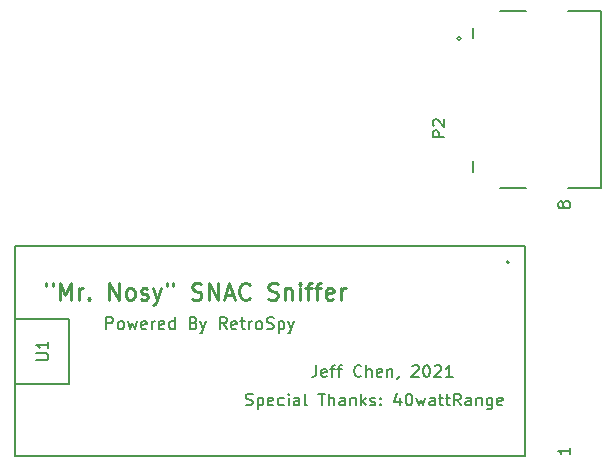
<source format=gbr>
G04 #@! TF.GenerationSoftware,KiCad,Pcbnew,(5.1.10-1-10_14)*
G04 #@! TF.CreationDate,2021-11-29T21:51:49-05:00*
G04 #@! TF.ProjectId,SNAC Sniffer Indent,534e4143-2053-46e6-9966-66657220496e,1*
G04 #@! TF.SameCoordinates,Original*
G04 #@! TF.FileFunction,Legend,Top*
G04 #@! TF.FilePolarity,Positive*
%FSLAX46Y46*%
G04 Gerber Fmt 4.6, Leading zero omitted, Abs format (unit mm)*
G04 Created by KiCad (PCBNEW (5.1.10-1-10_14)) date 2021-11-29 21:51:49*
%MOMM*%
%LPD*%
G01*
G04 APERTURE LIST*
%ADD10C,0.200000*%
%ADD11C,0.127000*%
%ADD12C,0.152400*%
%ADD13C,0.250000*%
%ADD14C,0.150000*%
%ADD15C,1.601600*%
%ADD16C,1.609600*%
G04 APERTURE END LIST*
D10*
X161930952Y-103845238D02*
X161883333Y-103940476D01*
X161835714Y-103988095D01*
X161740476Y-104035714D01*
X161692857Y-104035714D01*
X161597619Y-103988095D01*
X161550000Y-103940476D01*
X161502380Y-103845238D01*
X161502380Y-103654761D01*
X161550000Y-103559523D01*
X161597619Y-103511904D01*
X161692857Y-103464285D01*
X161740476Y-103464285D01*
X161835714Y-103511904D01*
X161883333Y-103559523D01*
X161930952Y-103654761D01*
X161930952Y-103845238D01*
X161978571Y-103940476D01*
X162026190Y-103988095D01*
X162121428Y-104035714D01*
X162311904Y-104035714D01*
X162407142Y-103988095D01*
X162454761Y-103940476D01*
X162502380Y-103845238D01*
X162502380Y-103654761D01*
X162454761Y-103559523D01*
X162407142Y-103511904D01*
X162311904Y-103464285D01*
X162121428Y-103464285D01*
X162026190Y-103511904D01*
X161978571Y-103559523D01*
X161930952Y-103654761D01*
X162472380Y-124304285D02*
X162472380Y-124875714D01*
X162472380Y-124590000D02*
X161472380Y-124590000D01*
X161615238Y-124685238D01*
X161710476Y-124780476D01*
X161758095Y-124875714D01*
D11*
X120060000Y-118900000D02*
X115540000Y-118900000D01*
X120060000Y-113460000D02*
X120060000Y-118900000D01*
X115540000Y-113460000D02*
X120060000Y-113460000D01*
D12*
X123219714Y-114279619D02*
X123219714Y-113263619D01*
X123606761Y-113263619D01*
X123703523Y-113312000D01*
X123751904Y-113360380D01*
X123800285Y-113457142D01*
X123800285Y-113602285D01*
X123751904Y-113699047D01*
X123703523Y-113747428D01*
X123606761Y-113795809D01*
X123219714Y-113795809D01*
X124380857Y-114279619D02*
X124284095Y-114231238D01*
X124235714Y-114182857D01*
X124187333Y-114086095D01*
X124187333Y-113795809D01*
X124235714Y-113699047D01*
X124284095Y-113650666D01*
X124380857Y-113602285D01*
X124526000Y-113602285D01*
X124622761Y-113650666D01*
X124671142Y-113699047D01*
X124719523Y-113795809D01*
X124719523Y-114086095D01*
X124671142Y-114182857D01*
X124622761Y-114231238D01*
X124526000Y-114279619D01*
X124380857Y-114279619D01*
X125058190Y-113602285D02*
X125251714Y-114279619D01*
X125445238Y-113795809D01*
X125638761Y-114279619D01*
X125832285Y-113602285D01*
X126606380Y-114231238D02*
X126509619Y-114279619D01*
X126316095Y-114279619D01*
X126219333Y-114231238D01*
X126170952Y-114134476D01*
X126170952Y-113747428D01*
X126219333Y-113650666D01*
X126316095Y-113602285D01*
X126509619Y-113602285D01*
X126606380Y-113650666D01*
X126654761Y-113747428D01*
X126654761Y-113844190D01*
X126170952Y-113940952D01*
X127090190Y-114279619D02*
X127090190Y-113602285D01*
X127090190Y-113795809D02*
X127138571Y-113699047D01*
X127186952Y-113650666D01*
X127283714Y-113602285D01*
X127380476Y-113602285D01*
X128106190Y-114231238D02*
X128009428Y-114279619D01*
X127815904Y-114279619D01*
X127719142Y-114231238D01*
X127670761Y-114134476D01*
X127670761Y-113747428D01*
X127719142Y-113650666D01*
X127815904Y-113602285D01*
X128009428Y-113602285D01*
X128106190Y-113650666D01*
X128154571Y-113747428D01*
X128154571Y-113844190D01*
X127670761Y-113940952D01*
X129025428Y-114279619D02*
X129025428Y-113263619D01*
X129025428Y-114231238D02*
X128928666Y-114279619D01*
X128735142Y-114279619D01*
X128638380Y-114231238D01*
X128590000Y-114182857D01*
X128541619Y-114086095D01*
X128541619Y-113795809D01*
X128590000Y-113699047D01*
X128638380Y-113650666D01*
X128735142Y-113602285D01*
X128928666Y-113602285D01*
X129025428Y-113650666D01*
X130622000Y-113747428D02*
X130767142Y-113795809D01*
X130815523Y-113844190D01*
X130863904Y-113940952D01*
X130863904Y-114086095D01*
X130815523Y-114182857D01*
X130767142Y-114231238D01*
X130670380Y-114279619D01*
X130283333Y-114279619D01*
X130283333Y-113263619D01*
X130622000Y-113263619D01*
X130718761Y-113312000D01*
X130767142Y-113360380D01*
X130815523Y-113457142D01*
X130815523Y-113553904D01*
X130767142Y-113650666D01*
X130718761Y-113699047D01*
X130622000Y-113747428D01*
X130283333Y-113747428D01*
X131202571Y-113602285D02*
X131444476Y-114279619D01*
X131686380Y-113602285D02*
X131444476Y-114279619D01*
X131347714Y-114521523D01*
X131299333Y-114569904D01*
X131202571Y-114618285D01*
X133428095Y-114279619D02*
X133089428Y-113795809D01*
X132847523Y-114279619D02*
X132847523Y-113263619D01*
X133234571Y-113263619D01*
X133331333Y-113312000D01*
X133379714Y-113360380D01*
X133428095Y-113457142D01*
X133428095Y-113602285D01*
X133379714Y-113699047D01*
X133331333Y-113747428D01*
X133234571Y-113795809D01*
X132847523Y-113795809D01*
X134250571Y-114231238D02*
X134153809Y-114279619D01*
X133960285Y-114279619D01*
X133863523Y-114231238D01*
X133815142Y-114134476D01*
X133815142Y-113747428D01*
X133863523Y-113650666D01*
X133960285Y-113602285D01*
X134153809Y-113602285D01*
X134250571Y-113650666D01*
X134298952Y-113747428D01*
X134298952Y-113844190D01*
X133815142Y-113940952D01*
X134589238Y-113602285D02*
X134976285Y-113602285D01*
X134734380Y-113263619D02*
X134734380Y-114134476D01*
X134782761Y-114231238D01*
X134879523Y-114279619D01*
X134976285Y-114279619D01*
X135314952Y-114279619D02*
X135314952Y-113602285D01*
X135314952Y-113795809D02*
X135363333Y-113699047D01*
X135411714Y-113650666D01*
X135508476Y-113602285D01*
X135605238Y-113602285D01*
X136089047Y-114279619D02*
X135992285Y-114231238D01*
X135943904Y-114182857D01*
X135895523Y-114086095D01*
X135895523Y-113795809D01*
X135943904Y-113699047D01*
X135992285Y-113650666D01*
X136089047Y-113602285D01*
X136234190Y-113602285D01*
X136330952Y-113650666D01*
X136379333Y-113699047D01*
X136427714Y-113795809D01*
X136427714Y-114086095D01*
X136379333Y-114182857D01*
X136330952Y-114231238D01*
X136234190Y-114279619D01*
X136089047Y-114279619D01*
X136814761Y-114231238D02*
X136959904Y-114279619D01*
X137201809Y-114279619D01*
X137298571Y-114231238D01*
X137346952Y-114182857D01*
X137395333Y-114086095D01*
X137395333Y-113989333D01*
X137346952Y-113892571D01*
X137298571Y-113844190D01*
X137201809Y-113795809D01*
X137008285Y-113747428D01*
X136911523Y-113699047D01*
X136863142Y-113650666D01*
X136814761Y-113553904D01*
X136814761Y-113457142D01*
X136863142Y-113360380D01*
X136911523Y-113312000D01*
X137008285Y-113263619D01*
X137250190Y-113263619D01*
X137395333Y-113312000D01*
X137830761Y-113602285D02*
X137830761Y-114618285D01*
X137830761Y-113650666D02*
X137927523Y-113602285D01*
X138121047Y-113602285D01*
X138217809Y-113650666D01*
X138266190Y-113699047D01*
X138314571Y-113795809D01*
X138314571Y-114086095D01*
X138266190Y-114182857D01*
X138217809Y-114231238D01*
X138121047Y-114279619D01*
X137927523Y-114279619D01*
X137830761Y-114231238D01*
X138653238Y-113602285D02*
X138895142Y-114279619D01*
X139137047Y-113602285D02*
X138895142Y-114279619D01*
X138798380Y-114521523D01*
X138750000Y-114569904D01*
X138653238Y-114618285D01*
D11*
X135049047Y-120694761D02*
X135191904Y-120742380D01*
X135430000Y-120742380D01*
X135525238Y-120694761D01*
X135572857Y-120647142D01*
X135620476Y-120551904D01*
X135620476Y-120456666D01*
X135572857Y-120361428D01*
X135525238Y-120313809D01*
X135430000Y-120266190D01*
X135239523Y-120218571D01*
X135144285Y-120170952D01*
X135096666Y-120123333D01*
X135049047Y-120028095D01*
X135049047Y-119932857D01*
X135096666Y-119837619D01*
X135144285Y-119790000D01*
X135239523Y-119742380D01*
X135477619Y-119742380D01*
X135620476Y-119790000D01*
X136049047Y-120075714D02*
X136049047Y-121075714D01*
X136049047Y-120123333D02*
X136144285Y-120075714D01*
X136334761Y-120075714D01*
X136430000Y-120123333D01*
X136477619Y-120170952D01*
X136525238Y-120266190D01*
X136525238Y-120551904D01*
X136477619Y-120647142D01*
X136430000Y-120694761D01*
X136334761Y-120742380D01*
X136144285Y-120742380D01*
X136049047Y-120694761D01*
X137334761Y-120694761D02*
X137239523Y-120742380D01*
X137049047Y-120742380D01*
X136953809Y-120694761D01*
X136906190Y-120599523D01*
X136906190Y-120218571D01*
X136953809Y-120123333D01*
X137049047Y-120075714D01*
X137239523Y-120075714D01*
X137334761Y-120123333D01*
X137382380Y-120218571D01*
X137382380Y-120313809D01*
X136906190Y-120409047D01*
X138239523Y-120694761D02*
X138144285Y-120742380D01*
X137953809Y-120742380D01*
X137858571Y-120694761D01*
X137810952Y-120647142D01*
X137763333Y-120551904D01*
X137763333Y-120266190D01*
X137810952Y-120170952D01*
X137858571Y-120123333D01*
X137953809Y-120075714D01*
X138144285Y-120075714D01*
X138239523Y-120123333D01*
X138668095Y-120742380D02*
X138668095Y-120075714D01*
X138668095Y-119742380D02*
X138620476Y-119790000D01*
X138668095Y-119837619D01*
X138715714Y-119790000D01*
X138668095Y-119742380D01*
X138668095Y-119837619D01*
X139572857Y-120742380D02*
X139572857Y-120218571D01*
X139525238Y-120123333D01*
X139430000Y-120075714D01*
X139239523Y-120075714D01*
X139144285Y-120123333D01*
X139572857Y-120694761D02*
X139477619Y-120742380D01*
X139239523Y-120742380D01*
X139144285Y-120694761D01*
X139096666Y-120599523D01*
X139096666Y-120504285D01*
X139144285Y-120409047D01*
X139239523Y-120361428D01*
X139477619Y-120361428D01*
X139572857Y-120313809D01*
X140191904Y-120742380D02*
X140096666Y-120694761D01*
X140049047Y-120599523D01*
X140049047Y-119742380D01*
X141191904Y-119742380D02*
X141763333Y-119742380D01*
X141477619Y-120742380D02*
X141477619Y-119742380D01*
X142096666Y-120742380D02*
X142096666Y-119742380D01*
X142525238Y-120742380D02*
X142525238Y-120218571D01*
X142477619Y-120123333D01*
X142382380Y-120075714D01*
X142239523Y-120075714D01*
X142144285Y-120123333D01*
X142096666Y-120170952D01*
X143430000Y-120742380D02*
X143430000Y-120218571D01*
X143382380Y-120123333D01*
X143287142Y-120075714D01*
X143096666Y-120075714D01*
X143001428Y-120123333D01*
X143430000Y-120694761D02*
X143334761Y-120742380D01*
X143096666Y-120742380D01*
X143001428Y-120694761D01*
X142953809Y-120599523D01*
X142953809Y-120504285D01*
X143001428Y-120409047D01*
X143096666Y-120361428D01*
X143334761Y-120361428D01*
X143430000Y-120313809D01*
X143906190Y-120075714D02*
X143906190Y-120742380D01*
X143906190Y-120170952D02*
X143953809Y-120123333D01*
X144049047Y-120075714D01*
X144191904Y-120075714D01*
X144287142Y-120123333D01*
X144334761Y-120218571D01*
X144334761Y-120742380D01*
X144810952Y-120742380D02*
X144810952Y-119742380D01*
X144906190Y-120361428D02*
X145191904Y-120742380D01*
X145191904Y-120075714D02*
X144810952Y-120456666D01*
X145572857Y-120694761D02*
X145668095Y-120742380D01*
X145858571Y-120742380D01*
X145953809Y-120694761D01*
X146001428Y-120599523D01*
X146001428Y-120551904D01*
X145953809Y-120456666D01*
X145858571Y-120409047D01*
X145715714Y-120409047D01*
X145620476Y-120361428D01*
X145572857Y-120266190D01*
X145572857Y-120218571D01*
X145620476Y-120123333D01*
X145715714Y-120075714D01*
X145858571Y-120075714D01*
X145953809Y-120123333D01*
X146430000Y-120647142D02*
X146477619Y-120694761D01*
X146430000Y-120742380D01*
X146382380Y-120694761D01*
X146430000Y-120647142D01*
X146430000Y-120742380D01*
X146430000Y-120123333D02*
X146477619Y-120170952D01*
X146430000Y-120218571D01*
X146382380Y-120170952D01*
X146430000Y-120123333D01*
X146430000Y-120218571D01*
X148096666Y-120075714D02*
X148096666Y-120742380D01*
X147858571Y-119694761D02*
X147620476Y-120409047D01*
X148239523Y-120409047D01*
X148810952Y-119742380D02*
X148906190Y-119742380D01*
X149001428Y-119790000D01*
X149049047Y-119837619D01*
X149096666Y-119932857D01*
X149144285Y-120123333D01*
X149144285Y-120361428D01*
X149096666Y-120551904D01*
X149049047Y-120647142D01*
X149001428Y-120694761D01*
X148906190Y-120742380D01*
X148810952Y-120742380D01*
X148715714Y-120694761D01*
X148668095Y-120647142D01*
X148620476Y-120551904D01*
X148572857Y-120361428D01*
X148572857Y-120123333D01*
X148620476Y-119932857D01*
X148668095Y-119837619D01*
X148715714Y-119790000D01*
X148810952Y-119742380D01*
X149477619Y-120075714D02*
X149668095Y-120742380D01*
X149858571Y-120266190D01*
X150049047Y-120742380D01*
X150239523Y-120075714D01*
X151049047Y-120742380D02*
X151049047Y-120218571D01*
X151001428Y-120123333D01*
X150906190Y-120075714D01*
X150715714Y-120075714D01*
X150620476Y-120123333D01*
X151049047Y-120694761D02*
X150953809Y-120742380D01*
X150715714Y-120742380D01*
X150620476Y-120694761D01*
X150572857Y-120599523D01*
X150572857Y-120504285D01*
X150620476Y-120409047D01*
X150715714Y-120361428D01*
X150953809Y-120361428D01*
X151049047Y-120313809D01*
X151382380Y-120075714D02*
X151763333Y-120075714D01*
X151525238Y-119742380D02*
X151525238Y-120599523D01*
X151572857Y-120694761D01*
X151668095Y-120742380D01*
X151763333Y-120742380D01*
X151953809Y-120075714D02*
X152334761Y-120075714D01*
X152096666Y-119742380D02*
X152096666Y-120599523D01*
X152144285Y-120694761D01*
X152239523Y-120742380D01*
X152334761Y-120742380D01*
X153239523Y-120742380D02*
X152906190Y-120266190D01*
X152668095Y-120742380D02*
X152668095Y-119742380D01*
X153049047Y-119742380D01*
X153144285Y-119790000D01*
X153191904Y-119837619D01*
X153239523Y-119932857D01*
X153239523Y-120075714D01*
X153191904Y-120170952D01*
X153144285Y-120218571D01*
X153049047Y-120266190D01*
X152668095Y-120266190D01*
X154096666Y-120742380D02*
X154096666Y-120218571D01*
X154049047Y-120123333D01*
X153953809Y-120075714D01*
X153763333Y-120075714D01*
X153668095Y-120123333D01*
X154096666Y-120694761D02*
X154001428Y-120742380D01*
X153763333Y-120742380D01*
X153668095Y-120694761D01*
X153620476Y-120599523D01*
X153620476Y-120504285D01*
X153668095Y-120409047D01*
X153763333Y-120361428D01*
X154001428Y-120361428D01*
X154096666Y-120313809D01*
X154572857Y-120075714D02*
X154572857Y-120742380D01*
X154572857Y-120170952D02*
X154620476Y-120123333D01*
X154715714Y-120075714D01*
X154858571Y-120075714D01*
X154953809Y-120123333D01*
X155001428Y-120218571D01*
X155001428Y-120742380D01*
X155906190Y-120075714D02*
X155906190Y-120885238D01*
X155858571Y-120980476D01*
X155810952Y-121028095D01*
X155715714Y-121075714D01*
X155572857Y-121075714D01*
X155477619Y-121028095D01*
X155906190Y-120694761D02*
X155810952Y-120742380D01*
X155620476Y-120742380D01*
X155525238Y-120694761D01*
X155477619Y-120647142D01*
X155430000Y-120551904D01*
X155430000Y-120266190D01*
X155477619Y-120170952D01*
X155525238Y-120123333D01*
X155620476Y-120075714D01*
X155810952Y-120075714D01*
X155906190Y-120123333D01*
X156763333Y-120694761D02*
X156668095Y-120742380D01*
X156477619Y-120742380D01*
X156382380Y-120694761D01*
X156334761Y-120599523D01*
X156334761Y-120218571D01*
X156382380Y-120123333D01*
X156477619Y-120075714D01*
X156668095Y-120075714D01*
X156763333Y-120123333D01*
X156810952Y-120218571D01*
X156810952Y-120313809D01*
X156334761Y-120409047D01*
X141024761Y-117332380D02*
X141024761Y-118046666D01*
X140977142Y-118189523D01*
X140881904Y-118284761D01*
X140739047Y-118332380D01*
X140643809Y-118332380D01*
X141881904Y-118284761D02*
X141786666Y-118332380D01*
X141596190Y-118332380D01*
X141500952Y-118284761D01*
X141453333Y-118189523D01*
X141453333Y-117808571D01*
X141500952Y-117713333D01*
X141596190Y-117665714D01*
X141786666Y-117665714D01*
X141881904Y-117713333D01*
X141929523Y-117808571D01*
X141929523Y-117903809D01*
X141453333Y-117999047D01*
X142215238Y-117665714D02*
X142596190Y-117665714D01*
X142358095Y-118332380D02*
X142358095Y-117475238D01*
X142405714Y-117380000D01*
X142500952Y-117332380D01*
X142596190Y-117332380D01*
X142786666Y-117665714D02*
X143167619Y-117665714D01*
X142929523Y-118332380D02*
X142929523Y-117475238D01*
X142977142Y-117380000D01*
X143072380Y-117332380D01*
X143167619Y-117332380D01*
X144834285Y-118237142D02*
X144786666Y-118284761D01*
X144643809Y-118332380D01*
X144548571Y-118332380D01*
X144405714Y-118284761D01*
X144310476Y-118189523D01*
X144262857Y-118094285D01*
X144215238Y-117903809D01*
X144215238Y-117760952D01*
X144262857Y-117570476D01*
X144310476Y-117475238D01*
X144405714Y-117380000D01*
X144548571Y-117332380D01*
X144643809Y-117332380D01*
X144786666Y-117380000D01*
X144834285Y-117427619D01*
X145262857Y-118332380D02*
X145262857Y-117332380D01*
X145691428Y-118332380D02*
X145691428Y-117808571D01*
X145643809Y-117713333D01*
X145548571Y-117665714D01*
X145405714Y-117665714D01*
X145310476Y-117713333D01*
X145262857Y-117760952D01*
X146548571Y-118284761D02*
X146453333Y-118332380D01*
X146262857Y-118332380D01*
X146167619Y-118284761D01*
X146120000Y-118189523D01*
X146120000Y-117808571D01*
X146167619Y-117713333D01*
X146262857Y-117665714D01*
X146453333Y-117665714D01*
X146548571Y-117713333D01*
X146596190Y-117808571D01*
X146596190Y-117903809D01*
X146120000Y-117999047D01*
X147024761Y-117665714D02*
X147024761Y-118332380D01*
X147024761Y-117760952D02*
X147072380Y-117713333D01*
X147167619Y-117665714D01*
X147310476Y-117665714D01*
X147405714Y-117713333D01*
X147453333Y-117808571D01*
X147453333Y-118332380D01*
X147977142Y-118284761D02*
X147977142Y-118332380D01*
X147929523Y-118427619D01*
X147881904Y-118475238D01*
X149120000Y-117427619D02*
X149167619Y-117380000D01*
X149262857Y-117332380D01*
X149500952Y-117332380D01*
X149596190Y-117380000D01*
X149643809Y-117427619D01*
X149691428Y-117522857D01*
X149691428Y-117618095D01*
X149643809Y-117760952D01*
X149072380Y-118332380D01*
X149691428Y-118332380D01*
X150310476Y-117332380D02*
X150405714Y-117332380D01*
X150500952Y-117380000D01*
X150548571Y-117427619D01*
X150596190Y-117522857D01*
X150643809Y-117713333D01*
X150643809Y-117951428D01*
X150596190Y-118141904D01*
X150548571Y-118237142D01*
X150500952Y-118284761D01*
X150405714Y-118332380D01*
X150310476Y-118332380D01*
X150215238Y-118284761D01*
X150167619Y-118237142D01*
X150120000Y-118141904D01*
X150072380Y-117951428D01*
X150072380Y-117713333D01*
X150120000Y-117522857D01*
X150167619Y-117427619D01*
X150215238Y-117380000D01*
X150310476Y-117332380D01*
X151024761Y-117427619D02*
X151072380Y-117380000D01*
X151167619Y-117332380D01*
X151405714Y-117332380D01*
X151500952Y-117380000D01*
X151548571Y-117427619D01*
X151596190Y-117522857D01*
X151596190Y-117618095D01*
X151548571Y-117760952D01*
X150977142Y-118332380D01*
X151596190Y-118332380D01*
X152548571Y-118332380D02*
X151977142Y-118332380D01*
X152262857Y-118332380D02*
X152262857Y-117332380D01*
X152167619Y-117475238D01*
X152072380Y-117570476D01*
X151977142Y-117618095D01*
D13*
X118160000Y-110373333D02*
X118160000Y-110640000D01*
X118693333Y-110373333D02*
X118693333Y-110640000D01*
X119293333Y-111773333D02*
X119293333Y-110373333D01*
X119760000Y-111373333D01*
X120226666Y-110373333D01*
X120226666Y-111773333D01*
X120893333Y-111773333D02*
X120893333Y-110840000D01*
X120893333Y-111106666D02*
X120960000Y-110973333D01*
X121026666Y-110906666D01*
X121160000Y-110840000D01*
X121293333Y-110840000D01*
X121760000Y-111640000D02*
X121826666Y-111706666D01*
X121760000Y-111773333D01*
X121693333Y-111706666D01*
X121760000Y-111640000D01*
X121760000Y-111773333D01*
X123493333Y-111773333D02*
X123493333Y-110373333D01*
X124293333Y-111773333D01*
X124293333Y-110373333D01*
X125160000Y-111773333D02*
X125026666Y-111706666D01*
X124960000Y-111640000D01*
X124893333Y-111506666D01*
X124893333Y-111106666D01*
X124960000Y-110973333D01*
X125026666Y-110906666D01*
X125160000Y-110840000D01*
X125360000Y-110840000D01*
X125493333Y-110906666D01*
X125560000Y-110973333D01*
X125626666Y-111106666D01*
X125626666Y-111506666D01*
X125560000Y-111640000D01*
X125493333Y-111706666D01*
X125360000Y-111773333D01*
X125160000Y-111773333D01*
X126160000Y-111706666D02*
X126293333Y-111773333D01*
X126560000Y-111773333D01*
X126693333Y-111706666D01*
X126760000Y-111573333D01*
X126760000Y-111506666D01*
X126693333Y-111373333D01*
X126560000Y-111306666D01*
X126360000Y-111306666D01*
X126226666Y-111240000D01*
X126160000Y-111106666D01*
X126160000Y-111040000D01*
X126226666Y-110906666D01*
X126360000Y-110840000D01*
X126560000Y-110840000D01*
X126693333Y-110906666D01*
X127226666Y-110840000D02*
X127560000Y-111773333D01*
X127893333Y-110840000D02*
X127560000Y-111773333D01*
X127426666Y-112106666D01*
X127360000Y-112173333D01*
X127226666Y-112240000D01*
X128360000Y-110373333D02*
X128360000Y-110640000D01*
X128893333Y-110373333D02*
X128893333Y-110640000D01*
X130493333Y-111706666D02*
X130693333Y-111773333D01*
X131026666Y-111773333D01*
X131160000Y-111706666D01*
X131226666Y-111640000D01*
X131293333Y-111506666D01*
X131293333Y-111373333D01*
X131226666Y-111240000D01*
X131160000Y-111173333D01*
X131026666Y-111106666D01*
X130760000Y-111040000D01*
X130626666Y-110973333D01*
X130560000Y-110906666D01*
X130493333Y-110773333D01*
X130493333Y-110640000D01*
X130560000Y-110506666D01*
X130626666Y-110440000D01*
X130760000Y-110373333D01*
X131093333Y-110373333D01*
X131293333Y-110440000D01*
X131893333Y-111773333D02*
X131893333Y-110373333D01*
X132693333Y-111773333D01*
X132693333Y-110373333D01*
X133293333Y-111373333D02*
X133960000Y-111373333D01*
X133160000Y-111773333D02*
X133626666Y-110373333D01*
X134093333Y-111773333D01*
X135360000Y-111640000D02*
X135293333Y-111706666D01*
X135093333Y-111773333D01*
X134960000Y-111773333D01*
X134760000Y-111706666D01*
X134626666Y-111573333D01*
X134560000Y-111440000D01*
X134493333Y-111173333D01*
X134493333Y-110973333D01*
X134560000Y-110706666D01*
X134626666Y-110573333D01*
X134760000Y-110440000D01*
X134960000Y-110373333D01*
X135093333Y-110373333D01*
X135293333Y-110440000D01*
X135360000Y-110506666D01*
X136960000Y-111706666D02*
X137160000Y-111773333D01*
X137493333Y-111773333D01*
X137626666Y-111706666D01*
X137693333Y-111640000D01*
X137760000Y-111506666D01*
X137760000Y-111373333D01*
X137693333Y-111240000D01*
X137626666Y-111173333D01*
X137493333Y-111106666D01*
X137226666Y-111040000D01*
X137093333Y-110973333D01*
X137026666Y-110906666D01*
X136960000Y-110773333D01*
X136960000Y-110640000D01*
X137026666Y-110506666D01*
X137093333Y-110440000D01*
X137226666Y-110373333D01*
X137560000Y-110373333D01*
X137760000Y-110440000D01*
X138360000Y-110840000D02*
X138360000Y-111773333D01*
X138360000Y-110973333D02*
X138426666Y-110906666D01*
X138560000Y-110840000D01*
X138760000Y-110840000D01*
X138893333Y-110906666D01*
X138960000Y-111040000D01*
X138960000Y-111773333D01*
X139626666Y-111773333D02*
X139626666Y-110840000D01*
X139626666Y-110373333D02*
X139560000Y-110440000D01*
X139626666Y-110506666D01*
X139693333Y-110440000D01*
X139626666Y-110373333D01*
X139626666Y-110506666D01*
X140093333Y-110840000D02*
X140626666Y-110840000D01*
X140293333Y-111773333D02*
X140293333Y-110573333D01*
X140360000Y-110440000D01*
X140493333Y-110373333D01*
X140626666Y-110373333D01*
X140893333Y-110840000D02*
X141426666Y-110840000D01*
X141093333Y-111773333D02*
X141093333Y-110573333D01*
X141160000Y-110440000D01*
X141293333Y-110373333D01*
X141426666Y-110373333D01*
X142426666Y-111706666D02*
X142293333Y-111773333D01*
X142026666Y-111773333D01*
X141893333Y-111706666D01*
X141826666Y-111573333D01*
X141826666Y-111040000D01*
X141893333Y-110906666D01*
X142026666Y-110840000D01*
X142293333Y-110840000D01*
X142426666Y-110906666D01*
X142493333Y-111040000D01*
X142493333Y-111173333D01*
X141826666Y-111306666D01*
X143093333Y-111773333D02*
X143093333Y-110840000D01*
X143093333Y-111106666D02*
X143160000Y-110973333D01*
X143226666Y-110906666D01*
X143360000Y-110840000D01*
X143493333Y-110840000D01*
D11*
X165100000Y-102370000D02*
X165100000Y-87370000D01*
X165100000Y-87370000D02*
X162340000Y-87370000D01*
X165100000Y-102370000D02*
X162340000Y-102370000D01*
X156540000Y-102370000D02*
X158740000Y-102370000D01*
X158740000Y-87370000D02*
X156540000Y-87370000D01*
X154290000Y-100970000D02*
X154290000Y-100070000D01*
X154290000Y-89670000D02*
X154290000Y-88770000D01*
D10*
X153248112Y-89670000D02*
G75*
G03*
X153248112Y-89670000I-158112J0D01*
G01*
D11*
X158720000Y-107250000D02*
X158720000Y-125030000D01*
X158720000Y-125030000D02*
X115540000Y-125030000D01*
X115540000Y-125030000D02*
X115540000Y-107250000D01*
X115540000Y-107250000D02*
X158720000Y-107250000D01*
D10*
X157330000Y-108600000D02*
G75*
G03*
X157330000Y-108600000I-100000J0D01*
G01*
D14*
X151855973Y-98033726D02*
X150855768Y-98033726D01*
X150855768Y-97652696D01*
X150903397Y-97557438D01*
X150951026Y-97509809D01*
X151046283Y-97462180D01*
X151189170Y-97462180D01*
X151284427Y-97509809D01*
X151332056Y-97557438D01*
X151379685Y-97652696D01*
X151379685Y-98033726D01*
X150951026Y-97081150D02*
X150903397Y-97033521D01*
X150855768Y-96938263D01*
X150855768Y-96700119D01*
X150903397Y-96604862D01*
X150951026Y-96557233D01*
X151046283Y-96509604D01*
X151141541Y-96509604D01*
X151284427Y-96557233D01*
X151855973Y-97128779D01*
X151855973Y-96509604D01*
X117312380Y-116901904D02*
X118121904Y-116901904D01*
X118217142Y-116854285D01*
X118264761Y-116806666D01*
X118312380Y-116711428D01*
X118312380Y-116520952D01*
X118264761Y-116425714D01*
X118217142Y-116378095D01*
X118121904Y-116330476D01*
X117312380Y-116330476D01*
X118312380Y-115330476D02*
X118312380Y-115901904D01*
X118312380Y-115616190D02*
X117312380Y-115616190D01*
X117455238Y-115711428D01*
X117550476Y-115806666D01*
X117598095Y-115901904D01*
%LPC*%
D15*
X160750000Y-123140000D03*
X163290000Y-123140000D03*
X163290000Y-120600000D03*
X160750000Y-120600000D03*
X160750000Y-118060000D03*
X163290000Y-118060000D03*
X163290000Y-115520000D03*
X160750000Y-115520000D03*
X160750000Y-112980000D03*
X163290000Y-112980000D03*
X163290000Y-110440000D03*
X160750000Y-110440000D03*
X163290000Y-107900000D03*
X160750000Y-107900000D03*
X160750000Y-105360000D03*
X163290000Y-105360000D03*
G36*
G01*
X150655400Y-88470800D02*
X147604600Y-88470800D01*
G75*
G02*
X147179200Y-88045400I0J425400D01*
G01*
X147179200Y-87194600D01*
G75*
G02*
X147604600Y-86769200I425400J0D01*
G01*
X150655400Y-86769200D01*
G75*
G02*
X151080800Y-87194600I0J-425400D01*
G01*
X151080800Y-88045400D01*
G75*
G02*
X150655400Y-88470800I-425400J0D01*
G01*
G37*
G36*
G01*
X150655400Y-102970800D02*
X147604600Y-102970800D01*
G75*
G02*
X147179200Y-102545400I0J425400D01*
G01*
X147179200Y-101694600D01*
G75*
G02*
X147604600Y-101269200I425400J0D01*
G01*
X150655400Y-101269200D01*
G75*
G02*
X151080800Y-101694600I0J-425400D01*
G01*
X151080800Y-102545400D01*
G75*
G02*
X150655400Y-102970800I-425400J0D01*
G01*
G37*
G36*
G01*
X144295400Y-102970800D02*
X142044600Y-102970800D01*
G75*
G02*
X141619200Y-102545400I0J425400D01*
G01*
X141619200Y-101694600D01*
G75*
G02*
X142044600Y-101269200I425400J0D01*
G01*
X144295400Y-101269200D01*
G75*
G02*
X144720800Y-101694600I0J-425400D01*
G01*
X144720800Y-102545400D01*
G75*
G02*
X144295400Y-102970800I-425400J0D01*
G01*
G37*
G36*
G01*
X144295400Y-88470800D02*
X142044600Y-88470800D01*
G75*
G02*
X141619200Y-88045400I0J425400D01*
G01*
X141619200Y-87194600D01*
G75*
G02*
X142044600Y-86769200I425400J0D01*
G01*
X144295400Y-86769200D01*
G75*
G02*
X144720800Y-87194600I0J-425400D01*
G01*
X144720800Y-88045400D01*
G75*
G02*
X144295400Y-88470800I-425400J0D01*
G01*
G37*
G36*
G01*
X161635400Y-88470800D02*
X159384600Y-88470800D01*
G75*
G02*
X158959200Y-88045400I0J425400D01*
G01*
X158959200Y-87194600D01*
G75*
G02*
X159384600Y-86769200I425400J0D01*
G01*
X161635400Y-86769200D01*
G75*
G02*
X162060800Y-87194600I0J-425400D01*
G01*
X162060800Y-88045400D01*
G75*
G02*
X161635400Y-88470800I-425400J0D01*
G01*
G37*
G36*
G01*
X161635400Y-102970800D02*
X159384600Y-102970800D01*
G75*
G02*
X158959200Y-102545400I0J425400D01*
G01*
X158959200Y-101694600D01*
G75*
G02*
X159384600Y-101269200I425400J0D01*
G01*
X161635400Y-101269200D01*
G75*
G02*
X162060800Y-101694600I0J-425400D01*
G01*
X162060800Y-102545400D01*
G75*
G02*
X161635400Y-102970800I-425400J0D01*
G01*
G37*
G36*
G01*
X156075400Y-102970800D02*
X153024600Y-102970800D01*
G75*
G02*
X152599200Y-102545400I0J425400D01*
G01*
X152599200Y-101694600D01*
G75*
G02*
X153024600Y-101269200I425400J0D01*
G01*
X156075400Y-101269200D01*
G75*
G02*
X156500800Y-101694600I0J-425400D01*
G01*
X156500800Y-102545400D01*
G75*
G02*
X156075400Y-102970800I-425400J0D01*
G01*
G37*
G36*
G01*
X156075400Y-88470800D02*
X153024600Y-88470800D01*
G75*
G02*
X152599200Y-88045400I0J425400D01*
G01*
X152599200Y-87194600D01*
G75*
G02*
X153024600Y-86769200I425400J0D01*
G01*
X156075400Y-86769200D01*
G75*
G02*
X156500800Y-87194600I0J-425400D01*
G01*
X156500800Y-88045400D01*
G75*
G02*
X156075400Y-88470800I-425400J0D01*
G01*
G37*
G36*
G01*
X155090000Y-99570800D02*
X152490000Y-99570800D01*
G75*
G02*
X152439200Y-99520000I0J50800D01*
G01*
X152439200Y-99220000D01*
G75*
G02*
X152490000Y-99169200I50800J0D01*
G01*
X155090000Y-99169200D01*
G75*
G02*
X155140800Y-99220000I0J-50800D01*
G01*
X155140800Y-99520000D01*
G75*
G02*
X155090000Y-99570800I-50800J0D01*
G01*
G37*
G36*
G01*
X155090000Y-99070800D02*
X152490000Y-99070800D01*
G75*
G02*
X152439200Y-99020000I0J50800D01*
G01*
X152439200Y-98720000D01*
G75*
G02*
X152490000Y-98669200I50800J0D01*
G01*
X155090000Y-98669200D01*
G75*
G02*
X155140800Y-98720000I0J-50800D01*
G01*
X155140800Y-99020000D01*
G75*
G02*
X155090000Y-99070800I-50800J0D01*
G01*
G37*
G36*
G01*
X155090000Y-98570800D02*
X152490000Y-98570800D01*
G75*
G02*
X152439200Y-98520000I0J50800D01*
G01*
X152439200Y-98220000D01*
G75*
G02*
X152490000Y-98169200I50800J0D01*
G01*
X155090000Y-98169200D01*
G75*
G02*
X155140800Y-98220000I0J-50800D01*
G01*
X155140800Y-98520000D01*
G75*
G02*
X155090000Y-98570800I-50800J0D01*
G01*
G37*
G36*
G01*
X155090000Y-98070800D02*
X152490000Y-98070800D01*
G75*
G02*
X152439200Y-98020000I0J50800D01*
G01*
X152439200Y-97720000D01*
G75*
G02*
X152490000Y-97669200I50800J0D01*
G01*
X155090000Y-97669200D01*
G75*
G02*
X155140800Y-97720000I0J-50800D01*
G01*
X155140800Y-98020000D01*
G75*
G02*
X155090000Y-98070800I-50800J0D01*
G01*
G37*
G36*
G01*
X155090000Y-97570800D02*
X152490000Y-97570800D01*
G75*
G02*
X152439200Y-97520000I0J50800D01*
G01*
X152439200Y-97220000D01*
G75*
G02*
X152490000Y-97169200I50800J0D01*
G01*
X155090000Y-97169200D01*
G75*
G02*
X155140800Y-97220000I0J-50800D01*
G01*
X155140800Y-97520000D01*
G75*
G02*
X155090000Y-97570800I-50800J0D01*
G01*
G37*
G36*
G01*
X155090000Y-97070800D02*
X152490000Y-97070800D01*
G75*
G02*
X152439200Y-97020000I0J50800D01*
G01*
X152439200Y-96720000D01*
G75*
G02*
X152490000Y-96669200I50800J0D01*
G01*
X155090000Y-96669200D01*
G75*
G02*
X155140800Y-96720000I0J-50800D01*
G01*
X155140800Y-97020000D01*
G75*
G02*
X155090000Y-97070800I-50800J0D01*
G01*
G37*
G36*
G01*
X155090000Y-96570800D02*
X152490000Y-96570800D01*
G75*
G02*
X152439200Y-96520000I0J50800D01*
G01*
X152439200Y-96220000D01*
G75*
G02*
X152490000Y-96169200I50800J0D01*
G01*
X155090000Y-96169200D01*
G75*
G02*
X155140800Y-96220000I0J-50800D01*
G01*
X155140800Y-96520000D01*
G75*
G02*
X155090000Y-96570800I-50800J0D01*
G01*
G37*
G36*
G01*
X155090000Y-96070800D02*
X152490000Y-96070800D01*
G75*
G02*
X152439200Y-96020000I0J50800D01*
G01*
X152439200Y-95720000D01*
G75*
G02*
X152490000Y-95669200I50800J0D01*
G01*
X155090000Y-95669200D01*
G75*
G02*
X155140800Y-95720000I0J-50800D01*
G01*
X155140800Y-96020000D01*
G75*
G02*
X155090000Y-96070800I-50800J0D01*
G01*
G37*
G36*
G01*
X155090000Y-95570800D02*
X152490000Y-95570800D01*
G75*
G02*
X152439200Y-95520000I0J50800D01*
G01*
X152439200Y-95220000D01*
G75*
G02*
X152490000Y-95169200I50800J0D01*
G01*
X155090000Y-95169200D01*
G75*
G02*
X155140800Y-95220000I0J-50800D01*
G01*
X155140800Y-95520000D01*
G75*
G02*
X155090000Y-95570800I-50800J0D01*
G01*
G37*
G36*
G01*
X155090000Y-95070800D02*
X152490000Y-95070800D01*
G75*
G02*
X152439200Y-95020000I0J50800D01*
G01*
X152439200Y-94720000D01*
G75*
G02*
X152490000Y-94669200I50800J0D01*
G01*
X155090000Y-94669200D01*
G75*
G02*
X155140800Y-94720000I0J-50800D01*
G01*
X155140800Y-95020000D01*
G75*
G02*
X155090000Y-95070800I-50800J0D01*
G01*
G37*
G36*
G01*
X155090000Y-94570800D02*
X152490000Y-94570800D01*
G75*
G02*
X152439200Y-94520000I0J50800D01*
G01*
X152439200Y-94220000D01*
G75*
G02*
X152490000Y-94169200I50800J0D01*
G01*
X155090000Y-94169200D01*
G75*
G02*
X155140800Y-94220000I0J-50800D01*
G01*
X155140800Y-94520000D01*
G75*
G02*
X155090000Y-94570800I-50800J0D01*
G01*
G37*
G36*
G01*
X155090000Y-94070800D02*
X152490000Y-94070800D01*
G75*
G02*
X152439200Y-94020000I0J50800D01*
G01*
X152439200Y-93720000D01*
G75*
G02*
X152490000Y-93669200I50800J0D01*
G01*
X155090000Y-93669200D01*
G75*
G02*
X155140800Y-93720000I0J-50800D01*
G01*
X155140800Y-94020000D01*
G75*
G02*
X155090000Y-94070800I-50800J0D01*
G01*
G37*
G36*
G01*
X155090000Y-93570800D02*
X152490000Y-93570800D01*
G75*
G02*
X152439200Y-93520000I0J50800D01*
G01*
X152439200Y-93220000D01*
G75*
G02*
X152490000Y-93169200I50800J0D01*
G01*
X155090000Y-93169200D01*
G75*
G02*
X155140800Y-93220000I0J-50800D01*
G01*
X155140800Y-93520000D01*
G75*
G02*
X155090000Y-93570800I-50800J0D01*
G01*
G37*
G36*
G01*
X155090000Y-93070800D02*
X152490000Y-93070800D01*
G75*
G02*
X152439200Y-93020000I0J50800D01*
G01*
X152439200Y-92720000D01*
G75*
G02*
X152490000Y-92669200I50800J0D01*
G01*
X155090000Y-92669200D01*
G75*
G02*
X155140800Y-92720000I0J-50800D01*
G01*
X155140800Y-93020000D01*
G75*
G02*
X155090000Y-93070800I-50800J0D01*
G01*
G37*
G36*
G01*
X155090000Y-92570800D02*
X152490000Y-92570800D01*
G75*
G02*
X152439200Y-92520000I0J50800D01*
G01*
X152439200Y-92220000D01*
G75*
G02*
X152490000Y-92169200I50800J0D01*
G01*
X155090000Y-92169200D01*
G75*
G02*
X155140800Y-92220000I0J-50800D01*
G01*
X155140800Y-92520000D01*
G75*
G02*
X155090000Y-92570800I-50800J0D01*
G01*
G37*
G36*
G01*
X155090000Y-92070800D02*
X152490000Y-92070800D01*
G75*
G02*
X152439200Y-92020000I0J50800D01*
G01*
X152439200Y-91720000D01*
G75*
G02*
X152490000Y-91669200I50800J0D01*
G01*
X155090000Y-91669200D01*
G75*
G02*
X155140800Y-91720000I0J-50800D01*
G01*
X155140800Y-92020000D01*
G75*
G02*
X155090000Y-92070800I-50800J0D01*
G01*
G37*
G36*
G01*
X155090000Y-91570800D02*
X152490000Y-91570800D01*
G75*
G02*
X152439200Y-91520000I0J50800D01*
G01*
X152439200Y-91220000D01*
G75*
G02*
X152490000Y-91169200I50800J0D01*
G01*
X155090000Y-91169200D01*
G75*
G02*
X155140800Y-91220000I0J-50800D01*
G01*
X155140800Y-91520000D01*
G75*
G02*
X155090000Y-91570800I-50800J0D01*
G01*
G37*
G36*
G01*
X155090000Y-91070800D02*
X152490000Y-91070800D01*
G75*
G02*
X152439200Y-91020000I0J50800D01*
G01*
X152439200Y-90720000D01*
G75*
G02*
X152490000Y-90669200I50800J0D01*
G01*
X155090000Y-90669200D01*
G75*
G02*
X155140800Y-90720000I0J-50800D01*
G01*
X155140800Y-91020000D01*
G75*
G02*
X155090000Y-91070800I-50800J0D01*
G01*
G37*
G36*
G01*
X155090000Y-90570800D02*
X152490000Y-90570800D01*
G75*
G02*
X152439200Y-90520000I0J50800D01*
G01*
X152439200Y-90220000D01*
G75*
G02*
X152490000Y-90169200I50800J0D01*
G01*
X155090000Y-90169200D01*
G75*
G02*
X155140800Y-90220000I0J-50800D01*
G01*
X155140800Y-90520000D01*
G75*
G02*
X155090000Y-90570800I-50800J0D01*
G01*
G37*
D16*
X154910000Y-123760000D03*
X152370000Y-123760000D03*
X149830000Y-123760000D03*
X147290000Y-123760000D03*
X144750000Y-123760000D03*
X142210000Y-123760000D03*
X139670000Y-123760000D03*
X137130000Y-123760000D03*
X134590000Y-123760000D03*
X132050000Y-123760000D03*
X129510000Y-123760000D03*
X126970000Y-123760000D03*
X124430000Y-123760000D03*
X121890000Y-123760000D03*
X119350000Y-123760000D03*
X121890000Y-108520000D03*
X124430000Y-108520000D03*
X126970000Y-108520000D03*
X129510000Y-108520000D03*
X132050000Y-108520000D03*
X134590000Y-108520000D03*
X137130000Y-108520000D03*
X139670000Y-108520000D03*
X142210000Y-108520000D03*
X144750000Y-108520000D03*
X147290000Y-108520000D03*
M02*

</source>
